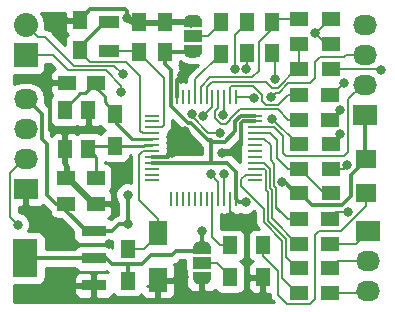
<source format=gbr>
G04 #@! TF.GenerationSoftware,KiCad,Pcbnew,6.0.0-rc1-unknown-1088786~66~ubuntu16.04.1*
G04 #@! TF.CreationDate,2018-12-29T10:22:54+01:00
G04 #@! TF.ProjectId,audi_concert1_chorus1_volume_fix,61756469-5f63-46f6-9e63-657274315f63,rev?*
G04 #@! TF.SameCoordinates,Original*
G04 #@! TF.FileFunction,Copper,L1,Top*
G04 #@! TF.FilePolarity,Positive*
%FSLAX46Y46*%
G04 Gerber Fmt 4.6, Leading zero omitted, Abs format (unit mm)*
G04 Created by KiCad (PCBNEW 6.0.0-rc1-unknown-1088786~66~ubuntu16.04.1) date So 29. december 2018, 10:22:54 CET*
%MOMM*%
%LPD*%
G04 APERTURE LIST*
%ADD10R,1.500000X1.300000*%
%ADD11R,0.250000X1.300000*%
%ADD12R,1.300000X0.250000*%
%ADD13R,1.800860X1.597660*%
%ADD14R,1.600000X2.000000*%
%ADD15R,1.300000X1.500000*%
%ADD16R,1.250000X1.500000*%
%ADD17R,1.500000X1.250000*%
%ADD18R,2.032000X2.032000*%
%ADD19O,2.032000X2.032000*%
%ADD20R,2.032000X1.727200*%
%ADD21O,2.032000X1.727200*%
%ADD22R,1.500000X0.500000*%
%ADD23C,0.050000*%
%ADD24C,1.000000*%
%ADD25R,1.500000X1.000000*%
%ADD26R,1.800000X1.000000*%
%ADD27R,1.300000X1.600000*%
%ADD28R,2.150000X3.250000*%
%ADD29R,2.150000X0.950000*%
%ADD30C,0.800000*%
%ADD31C,0.150000*%
%ADD32C,0.300000*%
%ADD33C,0.500000*%
%ADD34C,0.250000*%
%ADD35C,0.254000*%
G04 APERTURE END LIST*
D10*
X191465200Y-109829600D03*
X188765200Y-109829600D03*
D11*
X177958300Y-101656900D03*
X178458300Y-101656900D03*
X178958300Y-101656900D03*
X179458300Y-101656900D03*
X179958300Y-101656900D03*
X180458300Y-101656900D03*
X180958300Y-101656900D03*
X181458300Y-101656900D03*
X181958300Y-101656900D03*
X182458300Y-101656900D03*
X182958300Y-101656900D03*
X183458300Y-101656900D03*
D12*
X185058300Y-103256900D03*
X185058300Y-103756900D03*
X185058300Y-104256900D03*
X185058300Y-104756900D03*
X185058300Y-105256900D03*
X185058300Y-105756900D03*
X185058300Y-106256900D03*
X185058300Y-106756900D03*
X185058300Y-107256900D03*
X185058300Y-107756900D03*
X185058300Y-108256900D03*
X185058300Y-108756900D03*
D11*
X183458300Y-110356900D03*
X182958300Y-110356900D03*
X182458300Y-110356900D03*
X181958300Y-110356900D03*
X181458300Y-110356900D03*
X180958300Y-110356900D03*
X180458300Y-110356900D03*
X179958300Y-110356900D03*
X179458300Y-110356900D03*
X178958300Y-110356900D03*
X178458300Y-110356900D03*
X177958300Y-110356900D03*
D12*
X176358300Y-108756900D03*
X176358300Y-108256900D03*
X176358300Y-107756900D03*
X176358300Y-107256900D03*
X176358300Y-106756900D03*
X176358300Y-106256900D03*
X176358300Y-105756900D03*
X176358300Y-105256900D03*
X176358300Y-104756900D03*
X176358300Y-104256900D03*
X176358300Y-103756900D03*
X176358300Y-103256900D03*
D13*
X194437000Y-106961940D03*
X194437000Y-109801660D03*
D14*
X176834800Y-113189000D03*
X176834800Y-117189000D03*
D15*
X174269400Y-117250200D03*
X174269400Y-114550200D03*
X185724800Y-116945400D03*
X185724800Y-114245400D03*
X182930800Y-114249200D03*
X182930800Y-116949200D03*
D10*
X191465200Y-105689400D03*
X188765200Y-105689400D03*
X191443600Y-103606600D03*
X188743600Y-103606600D03*
X188819800Y-99339400D03*
X191519800Y-99339400D03*
D15*
X186461400Y-98000800D03*
X186461400Y-95300800D03*
X182219600Y-95322400D03*
X182219600Y-98022400D03*
D10*
X191503280Y-97200720D03*
X188803280Y-97200720D03*
X191488040Y-95087440D03*
X188788040Y-95087440D03*
X188743600Y-101523800D03*
X191443600Y-101523800D03*
D16*
X175260000Y-97877000D03*
X175260000Y-95377000D03*
X170220640Y-97678880D03*
X170220640Y-95178880D03*
D17*
X169125900Y-100482400D03*
X171625900Y-100482400D03*
X169077000Y-108521500D03*
X171577000Y-108521500D03*
X171582400Y-110744000D03*
X169082400Y-110744000D03*
D16*
X177457100Y-97871600D03*
X177457100Y-95371600D03*
D18*
X165633400Y-98171000D03*
D19*
X165633400Y-95631000D03*
D20*
X165633400Y-109499400D03*
D21*
X165633400Y-106959400D03*
X165633400Y-104419400D03*
X165633400Y-101879400D03*
D20*
X194614800Y-113004600D03*
D21*
X194614800Y-115544600D03*
X194614800Y-118084600D03*
X194335400Y-95580200D03*
X194335400Y-98120200D03*
X194335400Y-100660200D03*
D20*
X194335400Y-103200200D03*
D22*
X179806600Y-97545400D03*
D23*
G36*
X180105609Y-97347807D02*
G01*
X180154145Y-97355006D01*
X180201742Y-97366929D01*
X180247942Y-97383459D01*
X180292298Y-97404438D01*
X180334385Y-97429664D01*
X180373797Y-97458894D01*
X180410153Y-97491846D01*
X180443105Y-97528202D01*
X180472335Y-97567614D01*
X180497561Y-97609701D01*
X180518540Y-97654057D01*
X180535070Y-97700257D01*
X180546993Y-97747854D01*
X180554192Y-97796390D01*
X180556600Y-97845399D01*
X180556600Y-97845401D01*
X180554192Y-97894410D01*
X180546993Y-97942946D01*
X180535070Y-97990543D01*
X180518540Y-98036743D01*
X180497561Y-98081099D01*
X180472335Y-98123186D01*
X180443105Y-98162598D01*
X180410153Y-98198954D01*
X180373797Y-98231906D01*
X180334385Y-98261136D01*
X180292298Y-98286362D01*
X180247942Y-98307341D01*
X180201742Y-98323871D01*
X180154145Y-98335794D01*
X180105609Y-98342993D01*
X180056600Y-98345401D01*
X179556600Y-98345401D01*
X179507591Y-98342993D01*
X179459055Y-98335794D01*
X179411458Y-98323871D01*
X179365258Y-98307341D01*
X179320902Y-98286362D01*
X179278815Y-98261136D01*
X179239403Y-98231906D01*
X179203047Y-98198954D01*
X179170095Y-98162598D01*
X179140865Y-98123186D01*
X179115639Y-98081099D01*
X179094660Y-98036743D01*
X179078130Y-97990543D01*
X179066207Y-97942946D01*
X179059008Y-97894410D01*
X179056600Y-97845401D01*
X179056600Y-97845399D01*
X179059008Y-97796390D01*
X179066207Y-97747854D01*
X179078130Y-97700257D01*
X179094660Y-97654057D01*
X179115639Y-97609701D01*
X179140865Y-97567614D01*
X179170095Y-97528202D01*
X179203047Y-97491846D01*
X179239403Y-97458894D01*
X179278815Y-97429664D01*
X179320902Y-97404438D01*
X179365258Y-97383459D01*
X179411458Y-97366929D01*
X179459055Y-97355006D01*
X179507591Y-97347807D01*
X179556600Y-97345399D01*
X180056600Y-97345399D01*
X180105609Y-97347807D01*
X180105609Y-97347807D01*
G37*
D24*
X179806600Y-97845400D03*
D25*
X179806600Y-96545400D03*
D22*
X179806600Y-95545400D03*
D23*
G36*
X180105609Y-94747807D02*
G01*
X180154145Y-94755006D01*
X180201742Y-94766929D01*
X180247942Y-94783459D01*
X180292298Y-94804438D01*
X180334385Y-94829664D01*
X180373797Y-94858894D01*
X180410153Y-94891846D01*
X180443105Y-94928202D01*
X180472335Y-94967614D01*
X180497561Y-95009701D01*
X180518540Y-95054057D01*
X180535070Y-95100257D01*
X180546993Y-95147854D01*
X180554192Y-95196390D01*
X180556600Y-95245399D01*
X180556600Y-95245401D01*
X180554192Y-95294410D01*
X180546993Y-95342946D01*
X180535070Y-95390543D01*
X180518540Y-95436743D01*
X180497561Y-95481099D01*
X180472335Y-95523186D01*
X180443105Y-95562598D01*
X180410153Y-95598954D01*
X180373797Y-95631906D01*
X180334385Y-95661136D01*
X180292298Y-95686362D01*
X180247942Y-95707341D01*
X180201742Y-95723871D01*
X180154145Y-95735794D01*
X180105609Y-95742993D01*
X180056600Y-95745401D01*
X179556600Y-95745401D01*
X179507591Y-95742993D01*
X179459055Y-95735794D01*
X179411458Y-95723871D01*
X179365258Y-95707341D01*
X179320902Y-95686362D01*
X179278815Y-95661136D01*
X179239403Y-95631906D01*
X179203047Y-95598954D01*
X179170095Y-95562598D01*
X179140865Y-95523186D01*
X179115639Y-95481099D01*
X179094660Y-95436743D01*
X179078130Y-95390543D01*
X179066207Y-95342946D01*
X179059008Y-95294410D01*
X179056600Y-95245401D01*
X179056600Y-95245399D01*
X179059008Y-95196390D01*
X179066207Y-95147854D01*
X179078130Y-95100257D01*
X179094660Y-95054057D01*
X179115639Y-95009701D01*
X179140865Y-94967614D01*
X179170095Y-94928202D01*
X179203047Y-94891846D01*
X179239403Y-94858894D01*
X179278815Y-94829664D01*
X179320902Y-94804438D01*
X179365258Y-94783459D01*
X179411458Y-94766929D01*
X179459055Y-94755006D01*
X179507591Y-94747807D01*
X179556600Y-94745399D01*
X180056600Y-94745399D01*
X180105609Y-94747807D01*
X180105609Y-94747807D01*
G37*
D24*
X179806600Y-95245400D03*
D22*
X180568600Y-114722400D03*
D23*
G36*
X180867609Y-113924807D02*
G01*
X180916145Y-113932006D01*
X180963742Y-113943929D01*
X181009942Y-113960459D01*
X181054298Y-113981438D01*
X181096385Y-114006664D01*
X181135797Y-114035894D01*
X181172153Y-114068846D01*
X181205105Y-114105202D01*
X181234335Y-114144614D01*
X181259561Y-114186701D01*
X181280540Y-114231057D01*
X181297070Y-114277257D01*
X181308993Y-114324854D01*
X181316192Y-114373390D01*
X181318600Y-114422399D01*
X181318600Y-114422401D01*
X181316192Y-114471410D01*
X181308993Y-114519946D01*
X181297070Y-114567543D01*
X181280540Y-114613743D01*
X181259561Y-114658099D01*
X181234335Y-114700186D01*
X181205105Y-114739598D01*
X181172153Y-114775954D01*
X181135797Y-114808906D01*
X181096385Y-114838136D01*
X181054298Y-114863362D01*
X181009942Y-114884341D01*
X180963742Y-114900871D01*
X180916145Y-114912794D01*
X180867609Y-114919993D01*
X180818600Y-114922401D01*
X180318600Y-114922401D01*
X180269591Y-114919993D01*
X180221055Y-114912794D01*
X180173458Y-114900871D01*
X180127258Y-114884341D01*
X180082902Y-114863362D01*
X180040815Y-114838136D01*
X180001403Y-114808906D01*
X179965047Y-114775954D01*
X179932095Y-114739598D01*
X179902865Y-114700186D01*
X179877639Y-114658099D01*
X179856660Y-114613743D01*
X179840130Y-114567543D01*
X179828207Y-114519946D01*
X179821008Y-114471410D01*
X179818600Y-114422401D01*
X179818600Y-114422399D01*
X179821008Y-114373390D01*
X179828207Y-114324854D01*
X179840130Y-114277257D01*
X179856660Y-114231057D01*
X179877639Y-114186701D01*
X179902865Y-114144614D01*
X179932095Y-114105202D01*
X179965047Y-114068846D01*
X180001403Y-114035894D01*
X180040815Y-114006664D01*
X180082902Y-113981438D01*
X180127258Y-113960459D01*
X180173458Y-113943929D01*
X180221055Y-113932006D01*
X180269591Y-113924807D01*
X180318600Y-113922399D01*
X180818600Y-113922399D01*
X180867609Y-113924807D01*
X180867609Y-113924807D01*
G37*
D24*
X180568600Y-114422400D03*
D25*
X180568600Y-115722400D03*
D22*
X180568600Y-116722400D03*
D23*
G36*
X180867609Y-116524807D02*
G01*
X180916145Y-116532006D01*
X180963742Y-116543929D01*
X181009942Y-116560459D01*
X181054298Y-116581438D01*
X181096385Y-116606664D01*
X181135797Y-116635894D01*
X181172153Y-116668846D01*
X181205105Y-116705202D01*
X181234335Y-116744614D01*
X181259561Y-116786701D01*
X181280540Y-116831057D01*
X181297070Y-116877257D01*
X181308993Y-116924854D01*
X181316192Y-116973390D01*
X181318600Y-117022399D01*
X181318600Y-117022401D01*
X181316192Y-117071410D01*
X181308993Y-117119946D01*
X181297070Y-117167543D01*
X181280540Y-117213743D01*
X181259561Y-117258099D01*
X181234335Y-117300186D01*
X181205105Y-117339598D01*
X181172153Y-117375954D01*
X181135797Y-117408906D01*
X181096385Y-117438136D01*
X181054298Y-117463362D01*
X181009942Y-117484341D01*
X180963742Y-117500871D01*
X180916145Y-117512794D01*
X180867609Y-117519993D01*
X180818600Y-117522401D01*
X180318600Y-117522401D01*
X180269591Y-117519993D01*
X180221055Y-117512794D01*
X180173458Y-117500871D01*
X180127258Y-117484341D01*
X180082902Y-117463362D01*
X180040815Y-117438136D01*
X180001403Y-117408906D01*
X179965047Y-117375954D01*
X179932095Y-117339598D01*
X179902865Y-117300186D01*
X179877639Y-117258099D01*
X179856660Y-117213743D01*
X179840130Y-117167543D01*
X179828207Y-117119946D01*
X179821008Y-117071410D01*
X179818600Y-117022401D01*
X179818600Y-117022399D01*
X179821008Y-116973390D01*
X179828207Y-116924854D01*
X179840130Y-116877257D01*
X179856660Y-116831057D01*
X179877639Y-116786701D01*
X179902865Y-116744614D01*
X179932095Y-116705202D01*
X179965047Y-116668846D01*
X180001403Y-116635894D01*
X180040815Y-116606664D01*
X180082902Y-116581438D01*
X180127258Y-116560459D01*
X180173458Y-116543929D01*
X180221055Y-116532006D01*
X180269591Y-116524807D01*
X180318600Y-116522399D01*
X180818600Y-116522399D01*
X180867609Y-116524807D01*
X180867609Y-116524807D01*
G37*
D24*
X180568600Y-117022400D03*
D10*
X191465200Y-107772200D03*
X188765200Y-107772200D03*
X191447400Y-112039400D03*
X188747400Y-112039400D03*
X191443600Y-118262400D03*
X188743600Y-118262400D03*
X188743600Y-116179600D03*
X191443600Y-116179600D03*
X191447400Y-114096800D03*
X188747400Y-114096800D03*
D15*
X173228000Y-105841800D03*
X173228000Y-103141800D03*
D26*
X172707300Y-95313500D03*
X172707300Y-97813500D03*
D27*
X170960800Y-102821200D03*
X170960800Y-106121200D03*
X168960800Y-106121200D03*
X168960800Y-102821200D03*
D15*
X184353200Y-95297000D03*
X184353200Y-97997000D03*
D28*
X165603600Y-115341400D03*
D29*
X171403600Y-117641400D03*
X171403600Y-115341400D03*
X171403600Y-113041400D03*
D30*
X182270400Y-106414001D03*
X179156839Y-104608910D03*
X174244000Y-94996000D03*
X168122600Y-117297200D03*
X178841400Y-99847400D03*
X173482000Y-108051600D03*
X183261000Y-112166400D03*
X172694600Y-114173000D03*
X167741600Y-114046001D03*
X178054000Y-106426000D03*
X184261760Y-110601760D03*
X180543200Y-113055400D03*
X187375800Y-108915200D03*
X174281000Y-109956600D03*
X190144400Y-96291400D03*
X174320200Y-112471200D03*
X173736000Y-101295200D03*
X181305200Y-108229400D03*
X182422800Y-108204000D03*
X173863000Y-99745800D03*
X192963800Y-111404400D03*
X164980010Y-112496600D03*
X192881472Y-107461272D03*
X184937400Y-101777800D03*
X186410600Y-101717979D03*
X192288790Y-104849010D03*
X182372643Y-103210148D03*
X186461400Y-103555800D03*
X192288790Y-102766210D03*
X195732400Y-99390200D03*
X186741429Y-100181370D03*
X192596930Y-100492379D03*
X179686975Y-103133754D03*
X182118000Y-104749600D03*
X183327793Y-99354004D03*
X180672620Y-103302657D03*
X184327800Y-99356867D03*
D31*
X176834800Y-113389000D02*
X176834800Y-113189000D01*
X175673600Y-114550200D02*
X176834800Y-113389000D01*
X174269400Y-114550200D02*
X175673600Y-114550200D01*
X176834800Y-112039000D02*
X176834800Y-113189000D01*
X175234600Y-110438800D02*
X176834800Y-112039000D01*
X175588298Y-106256900D02*
X175234600Y-106610598D01*
X176358300Y-106256900D02*
X175588298Y-106256900D01*
X175234600Y-106610598D02*
X175234600Y-110438800D01*
D32*
X183896000Y-103928809D02*
X183896000Y-105762900D01*
X184067909Y-103756900D02*
X183896000Y-103928809D01*
X185058300Y-103756900D02*
X184067909Y-103756900D01*
X183896000Y-105762900D02*
X183388000Y-106270900D01*
X183388000Y-106270900D02*
X182413501Y-106270900D01*
X182413501Y-106270900D02*
X182270400Y-106414001D01*
X178458300Y-101656900D02*
X178458300Y-100230500D01*
X178458300Y-100230500D02*
X178841400Y-99847400D01*
D31*
X178756840Y-105008909D02*
X179156839Y-104608910D01*
X178054000Y-106426000D02*
X178054000Y-105711749D01*
X178054000Y-105711749D02*
X178756840Y-105008909D01*
D33*
X174625000Y-95377000D02*
X174244000Y-94996000D01*
D31*
X175260000Y-95377000D02*
X174625000Y-95377000D01*
X182958300Y-111156900D02*
X182958300Y-110356900D01*
X182958300Y-111298015D02*
X182958300Y-111156900D01*
X183261000Y-111600715D02*
X182958300Y-111298015D01*
X183261000Y-112166400D02*
X183261000Y-111600715D01*
X170960800Y-103771200D02*
X170891200Y-103840800D01*
X170960800Y-102821200D02*
X170960800Y-103771200D01*
X170891200Y-103840800D02*
X170891200Y-104267000D01*
X170891200Y-104267000D02*
X170688000Y-104470200D01*
X167741600Y-100482400D02*
X169125900Y-100482400D01*
X167716200Y-100457000D02*
X167741600Y-100482400D01*
D34*
X167716200Y-100965000D02*
X167462200Y-100711000D01*
D31*
X168122600Y-117297200D02*
X168122600Y-117678200D01*
X169494200Y-119049800D02*
X169062400Y-118618000D01*
D34*
X170256200Y-119049800D02*
X169494200Y-119049800D01*
D31*
X168122600Y-117678200D02*
X169062400Y-118618000D01*
X171429000Y-119045400D02*
X171424600Y-119049800D01*
D34*
X171429000Y-118098600D02*
X171429000Y-119045400D01*
X170256200Y-119049800D02*
X171424600Y-119049800D01*
D33*
X169202000Y-108521500D02*
X171615000Y-110934500D01*
D31*
X169077000Y-108521500D02*
X169202000Y-108521500D01*
X171615000Y-110934500D02*
X171704000Y-110934500D01*
D34*
X176834800Y-117703100D02*
X175884800Y-117703100D01*
D31*
X175884800Y-117703100D02*
X175884300Y-117703600D01*
X167868599Y-114173000D02*
X167741600Y-114046001D01*
X172694600Y-114173000D02*
X167868599Y-114173000D01*
X177731700Y-95550000D02*
X177457100Y-95275400D01*
D33*
X177904700Y-95377000D02*
X177731700Y-95550000D01*
X179506600Y-95377000D02*
X177904700Y-95377000D01*
X179679600Y-95550000D02*
X179506600Y-95377000D01*
D32*
X168960800Y-104521000D02*
X168910000Y-104470200D01*
X168960800Y-106121200D02*
X168960800Y-104521000D01*
D31*
X168910000Y-104470200D02*
X167944800Y-104470200D01*
X170688000Y-104470200D02*
X168910000Y-104470200D01*
D32*
X167944800Y-104470200D02*
X167716200Y-104470200D01*
X167716200Y-104470200D02*
X167716200Y-101346000D01*
D34*
X167716200Y-101346000D02*
X167716200Y-100965000D01*
D32*
X167716200Y-100609400D02*
X167640000Y-100533200D01*
X167716200Y-100965000D02*
X167716200Y-100609400D01*
D31*
X167640000Y-100533200D02*
X167716200Y-100457000D01*
X167462200Y-100711000D02*
X167640000Y-100533200D01*
D32*
X177723100Y-106756900D02*
X178054000Y-106426000D01*
X176358300Y-106756900D02*
X177723100Y-106756900D01*
X171123510Y-94276010D02*
X170220640Y-95178880D01*
X174244000Y-94430315D02*
X174089695Y-94276010D01*
X174089695Y-94276010D02*
X171123510Y-94276010D01*
X174244000Y-94996000D02*
X174244000Y-94430315D01*
D31*
X165633400Y-109499400D02*
X165633400Y-111201200D01*
X165633400Y-111201200D02*
X167741600Y-113309400D01*
X167741600Y-113309400D02*
X167741600Y-114046001D01*
D32*
X184261760Y-110601760D02*
X183703160Y-110601760D01*
X183703160Y-110601760D02*
X183458300Y-110356900D01*
X181539603Y-105499601D02*
X182478001Y-105499601D01*
X183860787Y-103256900D02*
X184108300Y-103256900D01*
X183395989Y-104581613D02*
X183395990Y-103721697D01*
X181356000Y-105315998D02*
X181539603Y-105499601D01*
X183395990Y-103721697D02*
X183860787Y-103256900D01*
X182478001Y-105499601D02*
X183395989Y-104581613D01*
X184108300Y-103256900D02*
X185058300Y-103256900D01*
X179378663Y-103892454D02*
X179662359Y-103892454D01*
X181085903Y-105315998D02*
X181356000Y-105315998D01*
X177958300Y-101656900D02*
X177958300Y-102472091D01*
X177958300Y-102472091D02*
X179378663Y-103892454D01*
X179662359Y-103892454D02*
X181085903Y-105315998D01*
D31*
X180543200Y-114697000D02*
X180568600Y-114722400D01*
X180543200Y-113055400D02*
X180543200Y-114697000D01*
X179679600Y-97850000D02*
X177531700Y-97850000D01*
D32*
X172460600Y-115341400D02*
X172943200Y-115824000D01*
X171403600Y-115341400D02*
X172460600Y-115341400D01*
X175514000Y-115824000D02*
X176276000Y-115062000D01*
X176276000Y-115062000D02*
X178054000Y-115062000D01*
X179518600Y-114722400D02*
X180568600Y-114722400D01*
X178393600Y-114722400D02*
X179518600Y-114722400D01*
X178054000Y-115062000D02*
X178393600Y-114722400D01*
X180568600Y-113080800D02*
X180543200Y-113055400D01*
X180568600Y-114422400D02*
X180568600Y-113080800D01*
X174269400Y-115849400D02*
X174244000Y-115824000D01*
X174269400Y-117250200D02*
X174269400Y-115849400D01*
X174244000Y-115824000D02*
X175514000Y-115824000D01*
X172943200Y-115824000D02*
X174244000Y-115824000D01*
X171403600Y-115341400D02*
X165603600Y-115341400D01*
X183458300Y-108020300D02*
X182694900Y-107256900D01*
X183458300Y-110356900D02*
X183458300Y-108020300D01*
X181356000Y-105315998D02*
X181356000Y-107256900D01*
X176358300Y-107256900D02*
X181356000Y-107256900D01*
X181356000Y-107256900D02*
X182694900Y-107256900D01*
X177958300Y-100706900D02*
X177958300Y-101656900D01*
X177958300Y-99422800D02*
X177958300Y-100706900D01*
X177457100Y-98921600D02*
X177958300Y-99422800D01*
X177457100Y-97871600D02*
X177457100Y-98921600D01*
X179780400Y-97871600D02*
X179806600Y-97845400D01*
X177457100Y-97871600D02*
X179780400Y-97871600D01*
X194335400Y-106860340D02*
X194437000Y-106961940D01*
X194335400Y-103200200D02*
X194335400Y-106860340D01*
X188639800Y-109982000D02*
X187573000Y-108915200D01*
X187573000Y-108915200D02*
X187375800Y-108915200D01*
X188739800Y-109982000D02*
X188639800Y-109982000D01*
X189865201Y-110829601D02*
X192428597Y-110829601D01*
X192428597Y-110829601D02*
X193186569Y-110071629D01*
X188865200Y-109829600D02*
X189865201Y-110829601D01*
X193186569Y-108266177D02*
X194437000Y-107015746D01*
X188765200Y-109829600D02*
X188865200Y-109829600D01*
X193186569Y-110071629D02*
X193186569Y-108266177D01*
X194437000Y-107015746D02*
X194437000Y-106961940D01*
D31*
X190119000Y-113385600D02*
X190474600Y-113030000D01*
X190474600Y-113030000D02*
X192311802Y-113030000D01*
X187773599Y-119187401D02*
X189713601Y-119187401D01*
X187022379Y-116442979D02*
X187022379Y-118436181D01*
X190119000Y-118782002D02*
X190119000Y-113385600D01*
X189713601Y-119187401D02*
X190119000Y-118782002D01*
X192311802Y-113030000D02*
X194437000Y-110904802D01*
X185724800Y-114245400D02*
X185724800Y-115145400D01*
X194437000Y-110904802D02*
X194437000Y-110750490D01*
X185724800Y-115145400D02*
X187022379Y-116442979D01*
X187022379Y-118436181D02*
X187773599Y-119187401D01*
X194437000Y-110750490D02*
X194437000Y-109801660D01*
X188819800Y-97217240D02*
X188803280Y-97200720D01*
X188819800Y-99339400D02*
X188819800Y-97217240D01*
X180958300Y-101656900D02*
X180958300Y-100856900D01*
X180958300Y-100856900D02*
X181433312Y-100381888D01*
X181433312Y-100381888D02*
X185979062Y-100381888D01*
X188538008Y-99339400D02*
X188819800Y-99339400D01*
X185979062Y-100381888D02*
X186485974Y-100888800D01*
X186485974Y-100888800D02*
X186988608Y-100888800D01*
X186988608Y-100888800D02*
X188538008Y-99339400D01*
X185953400Y-95283040D02*
X185953400Y-95148400D01*
X185953400Y-95148400D02*
X186004200Y-95097600D01*
X186004200Y-95097600D02*
X188727080Y-95097600D01*
X188788040Y-95036640D02*
X188788040Y-95087440D01*
X188727080Y-95097600D02*
X188788040Y-95036640D01*
X180458300Y-100856900D02*
X180458300Y-101656900D01*
X181283323Y-100031877D02*
X180458300Y-100856900D01*
X184812127Y-100031877D02*
X181283323Y-100031877D01*
X185394600Y-99449404D02*
X184812127Y-100031877D01*
X186461400Y-95935800D02*
X185394600Y-97002600D01*
X186461400Y-95300800D02*
X186461400Y-95935800D01*
X185394600Y-97002600D02*
X185394600Y-99449404D01*
X191053720Y-97200720D02*
X191503280Y-97200720D01*
X190144400Y-96291400D02*
X191053720Y-97200720D01*
X190544399Y-95891401D02*
X190144400Y-96291400D01*
X191348360Y-95087440D02*
X190544399Y-95891401D01*
X191488040Y-95087440D02*
X191348360Y-95087440D01*
D32*
X174281000Y-112432000D02*
X174320200Y-112471200D01*
X174281000Y-109956600D02*
X174281000Y-112432000D01*
X171403600Y-113041400D02*
X172962600Y-113041400D01*
X173532800Y-112471200D02*
X174320200Y-112471200D01*
X172962600Y-113041400D02*
X173532800Y-112471200D01*
X169082400Y-111320200D02*
X169082400Y-110744000D01*
X170803600Y-113041400D02*
X169082400Y-111320200D01*
X171403600Y-113041400D02*
X170803600Y-113041400D01*
X168182400Y-110744000D02*
X167420400Y-109982000D01*
X169082400Y-110744000D02*
X168182400Y-110744000D01*
X166999410Y-105152810D02*
X166996220Y-105156000D01*
X166999410Y-103093010D02*
X166999410Y-105152810D01*
X165785800Y-101879400D02*
X166999410Y-103093010D01*
X165633400Y-101879400D02*
X165785800Y-101879400D01*
X166996220Y-105156000D02*
X166996220Y-105274220D01*
X167420400Y-105698400D02*
X167420400Y-109982000D01*
X166996220Y-105274220D02*
X167420400Y-105698400D01*
D31*
X172707300Y-97813500D02*
X175196500Y-97813500D01*
X175196500Y-97813500D02*
X175260000Y-97877000D01*
X177327560Y-104087640D02*
X177158300Y-104256900D01*
X175260000Y-97877000D02*
X175260000Y-98002000D01*
X175260000Y-98002000D02*
X177327560Y-100069560D01*
X177158300Y-104256900D02*
X176358300Y-104256900D01*
X177327560Y-100069560D02*
X177327560Y-104087640D01*
D34*
X172307300Y-95313500D02*
X172707300Y-95313500D01*
X170220640Y-97400160D02*
X172307300Y-95313500D01*
X170220640Y-97678880D02*
X170220640Y-97400160D01*
D31*
X175558300Y-104756900D02*
X176358300Y-104756900D01*
X171106938Y-98690178D02*
X174133258Y-98690178D01*
X170220640Y-97803880D02*
X171106938Y-98690178D01*
X174133258Y-98690178D02*
X175341280Y-99898200D01*
X170220640Y-97678880D02*
X170220640Y-97803880D01*
X175341280Y-99898200D02*
X175341280Y-104539880D01*
X175341280Y-104539880D02*
X175558300Y-104756900D01*
D34*
X171500900Y-100482400D02*
X171625900Y-100482400D01*
X170274600Y-101357400D02*
X170625900Y-101357400D01*
X168960800Y-102671200D02*
X170274600Y-101357400D01*
X170625900Y-101357400D02*
X171500900Y-100482400D01*
X168960800Y-102821200D02*
X168960800Y-102671200D01*
X174675100Y-105256900D02*
X175458300Y-105256900D01*
X175458300Y-105256900D02*
X176358300Y-105256900D01*
X173228000Y-103809800D02*
X174675100Y-105256900D01*
X173228000Y-103141800D02*
X173228000Y-103809800D01*
X173228000Y-103041800D02*
X173228000Y-103141800D01*
X171625900Y-100482400D02*
X171625900Y-100886900D01*
X172328000Y-102141800D02*
X173228000Y-103041800D01*
X171625900Y-100886900D02*
X172328000Y-101589000D01*
X172328000Y-101589000D02*
X172328000Y-102141800D01*
X174128000Y-105841800D02*
X173228000Y-105841800D01*
X174162901Y-105806899D02*
X174128000Y-105841800D01*
X175620021Y-105806899D02*
X174162901Y-105806899D01*
X175670020Y-105756900D02*
X175620021Y-105806899D01*
X176358300Y-105756900D02*
X175670020Y-105756900D01*
X171240200Y-105841800D02*
X170960800Y-106121200D01*
X173228000Y-105841800D02*
X171240200Y-105841800D01*
X171577000Y-106737400D02*
X170960800Y-106121200D01*
X171577000Y-108521500D02*
X171577000Y-106737400D01*
D31*
X181958300Y-108882500D02*
X181958300Y-110356900D01*
X181305200Y-108229400D02*
X181958300Y-108882500D01*
X173736000Y-100722498D02*
X173736000Y-101295200D01*
X172403702Y-99390200D02*
X173736000Y-100722498D01*
X169214800Y-99390200D02*
X172403702Y-99390200D01*
X167995600Y-98171000D02*
X169214800Y-99390200D01*
X165633400Y-98171000D02*
X167995600Y-98171000D01*
X165633400Y-95631000D02*
X166649399Y-96646999D01*
X166649399Y-96646999D02*
X167318757Y-96646999D01*
X167318757Y-96646999D02*
X169711947Y-99040189D01*
X169711947Y-99040189D02*
X173157389Y-99040189D01*
X173157389Y-99040189D02*
X173863000Y-99745800D01*
X182458300Y-108239500D02*
X182422800Y-108204000D01*
X182458300Y-110356900D02*
X182458300Y-108239500D01*
X165607080Y-107637580D02*
X165493700Y-107637580D01*
X191820800Y-111404400D02*
X192398115Y-111404400D01*
X191465200Y-111760000D02*
X191820800Y-111404400D01*
X192398115Y-111404400D02*
X192963800Y-111404400D01*
X164980010Y-112496600D02*
X164342399Y-111858989D01*
X164342399Y-111858989D02*
X164342399Y-108098001D01*
X165481000Y-106959400D02*
X165633400Y-106959400D01*
X164342399Y-108098001D02*
X165481000Y-106959400D01*
X191465200Y-107772200D02*
X192570544Y-107772200D01*
X192570544Y-107772200D02*
X192881472Y-107461272D01*
X194640200Y-113030000D02*
X194792600Y-113030000D01*
X193573400Y-114096800D02*
X194640200Y-113030000D01*
X191447400Y-114096800D02*
X193573400Y-114096800D01*
X192053200Y-115570000D02*
X191443600Y-116179600D01*
X194792600Y-115570000D02*
X192053200Y-115570000D01*
X194640200Y-118262400D02*
X194792600Y-118110000D01*
X191443600Y-118262400D02*
X194640200Y-118262400D01*
X194335400Y-98120200D02*
X192735200Y-98120200D01*
X190525400Y-98298000D02*
X190119000Y-98704400D01*
X192735200Y-98120200D02*
X192557400Y-98298000D01*
X192557400Y-98298000D02*
X190525400Y-98298000D01*
X187864596Y-100507800D02*
X187054416Y-101317980D01*
X190119000Y-98704400D02*
X190119000Y-100076000D01*
X190119000Y-100076000D02*
X189687200Y-100507800D01*
X189687200Y-100507800D02*
X187864596Y-100507800D01*
X187054416Y-101317980D02*
X186810599Y-101317980D01*
X186810599Y-101317980D02*
X186410600Y-101717979D01*
X184816500Y-101656900D02*
X184937400Y-101777800D01*
X183458300Y-101656900D02*
X184816500Y-101656900D01*
X187655200Y-106705400D02*
X192608200Y-106705400D01*
X187401200Y-105003600D02*
X187401200Y-106451400D01*
X192963800Y-106349800D02*
X192963800Y-101879400D01*
X185058300Y-104256900D02*
X186654500Y-104256900D01*
X187401200Y-106451400D02*
X187655200Y-106705400D01*
X186654500Y-104256900D02*
X187401200Y-105003600D01*
X192608200Y-106705400D02*
X192963800Y-106349800D01*
X192963800Y-101879400D02*
X194183000Y-100660200D01*
X194183000Y-100660200D02*
X194335400Y-100660200D01*
X182219600Y-95422400D02*
X182219600Y-95322400D01*
X181092000Y-96550000D02*
X182219600Y-95422400D01*
X179679600Y-96550000D02*
X181092000Y-96550000D01*
X181804000Y-115722400D02*
X181468600Y-115722400D01*
X181468600Y-115722400D02*
X180568600Y-115722400D01*
X182930800Y-116849200D02*
X181804000Y-115722400D01*
X182930800Y-116949200D02*
X182930800Y-116849200D01*
X181458300Y-111156900D02*
X181458300Y-110356900D01*
X181458300Y-113576700D02*
X181458300Y-111156900D01*
X182130800Y-114249200D02*
X181458300Y-113576700D01*
X182930800Y-114249200D02*
X182130800Y-114249200D01*
X192288790Y-104849010D02*
X192288790Y-104865810D01*
X192288790Y-104865810D02*
X191465200Y-105689400D01*
X182458300Y-101656900D02*
X182458300Y-103124491D01*
X182458300Y-103124491D02*
X182372643Y-103210148D01*
X188765200Y-105689400D02*
X188665200Y-105689400D01*
X188665200Y-105689400D02*
X186531600Y-103555800D01*
X186531600Y-103555800D02*
X186461400Y-103555800D01*
X192288790Y-102766210D02*
X192283990Y-102766210D01*
X192283990Y-102766210D02*
X191443600Y-103606600D01*
X187843600Y-103606600D02*
X186980000Y-102743000D01*
X181697642Y-103504919D02*
X181697642Y-102895436D01*
X182970980Y-103545653D02*
X182970979Y-103606423D01*
X181958300Y-102456900D02*
X181958300Y-101656900D01*
X182600600Y-103976802D02*
X182169525Y-103976802D01*
X186980000Y-102743000D02*
X183773633Y-102743000D01*
X182169525Y-103976802D02*
X181697642Y-103504919D01*
X181697642Y-102895436D02*
X181958300Y-102634778D01*
X188743600Y-103606600D02*
X187843600Y-103606600D01*
X182970979Y-103606423D02*
X182600600Y-103976802D01*
X181958300Y-102634778D02*
X181958300Y-102456900D01*
X183773633Y-102743000D02*
X182970980Y-103545653D01*
X195681600Y-99339400D02*
X195732400Y-99390200D01*
X191519800Y-99339400D02*
X195681600Y-99339400D01*
X186741429Y-98280829D02*
X186461400Y-98000800D01*
X186741429Y-100181370D02*
X186741429Y-98280829D01*
X179958300Y-100856900D02*
X179958300Y-101656900D01*
X182139600Y-98022400D02*
X179958300Y-100203700D01*
X179958300Y-100203700D02*
X179958300Y-100856900D01*
X182219600Y-98022400D02*
X182139600Y-98022400D01*
X184865101Y-100731899D02*
X183083301Y-100731899D01*
X185612401Y-101479199D02*
X184865101Y-100731899D01*
X186018193Y-102392989D02*
X185612401Y-101987197D01*
X187843600Y-101523800D02*
X186974411Y-102392989D01*
X182958300Y-100856900D02*
X182958300Y-101656900D01*
X186974411Y-102392989D02*
X186018193Y-102392989D01*
X183083301Y-100731899D02*
X182958300Y-100856900D01*
X185612401Y-101987197D02*
X185612401Y-101479199D01*
X188743600Y-101523800D02*
X187843600Y-101523800D01*
X191543600Y-101523800D02*
X192575021Y-100492379D01*
X192575021Y-100492379D02*
X192596930Y-100492379D01*
X191443600Y-101523800D02*
X191543600Y-101523800D01*
X187865200Y-107772200D02*
X188765200Y-107772200D01*
X185058300Y-104756900D02*
X186316300Y-104756900D01*
X186316300Y-104756900D02*
X186918600Y-105359200D01*
X186918600Y-105359200D02*
X186918600Y-106825600D01*
X186918600Y-106825600D02*
X187865200Y-107772200D01*
X188865200Y-107772200D02*
X188765200Y-107772200D01*
X190922600Y-109829600D02*
X188865200Y-107772200D01*
X191465200Y-109829600D02*
X190922600Y-109829600D01*
X186862210Y-111043210D02*
X187579000Y-111760000D01*
X186862210Y-111054210D02*
X186862210Y-111043210D01*
X187847400Y-112039400D02*
X186862210Y-111054210D01*
X188747400Y-112039400D02*
X187847400Y-112039400D01*
X186385410Y-105784010D02*
X186385410Y-107035810D01*
X186385410Y-107035810D02*
X186700798Y-107351198D01*
X186700798Y-109239202D02*
X186862211Y-109400615D01*
X185858300Y-105256900D02*
X186385410Y-105784010D01*
X185058300Y-105256900D02*
X185858300Y-105256900D01*
X186700798Y-107351198D02*
X186700798Y-109239202D01*
X186862211Y-109400615D02*
X186862210Y-111043210D01*
X185812179Y-112291569D02*
X187372389Y-113851779D01*
X185058300Y-108256900D02*
X184258300Y-108256900D01*
X183896000Y-108619200D02*
X183896000Y-109236998D01*
X185812178Y-111153176D02*
X185812179Y-112291569D01*
X183896000Y-109236998D02*
X185812178Y-111153176D01*
X187372389Y-113851779D02*
X187372389Y-116991189D01*
X187372389Y-116991189D02*
X188643600Y-118262400D01*
X184258300Y-108256900D02*
X183896000Y-108619200D01*
X188643600Y-118262400D02*
X188743600Y-118262400D01*
X187722400Y-115258400D02*
X188643600Y-116179600D01*
X186162189Y-112146589D02*
X187722400Y-113706800D01*
X188643600Y-116179600D02*
X188743600Y-116179600D01*
X185058300Y-107756900D02*
X185858300Y-107756900D01*
X187722400Y-113706800D02*
X187722400Y-115258400D01*
X186000778Y-109529162D02*
X186162189Y-109690573D01*
X186000778Y-107899378D02*
X186000778Y-109529162D01*
X185858300Y-107756900D02*
X186000778Y-107899378D01*
X186162189Y-109690573D02*
X186162189Y-112146589D01*
X186512200Y-111961600D02*
X188647400Y-114096800D01*
X188647400Y-114096800D02*
X188747400Y-114096800D01*
X185858300Y-107256900D02*
X186350788Y-107749388D01*
X185058300Y-107256900D02*
X185858300Y-107256900D01*
X186350788Y-107749388D02*
X186350788Y-109384182D01*
X186512200Y-109545594D02*
X186512200Y-111961600D01*
X186350788Y-109384182D02*
X186512200Y-109545594D01*
X181120561Y-104749600D02*
X179686975Y-103316014D01*
X182118000Y-104749600D02*
X181120561Y-104749600D01*
X179686975Y-103316014D02*
X179686975Y-103133754D01*
X184353200Y-95397000D02*
X183327793Y-96422407D01*
X183327793Y-96422407D02*
X183327793Y-98788319D01*
X183327793Y-98788319D02*
X183327793Y-99354004D01*
X184353200Y-95297000D02*
X184353200Y-95397000D01*
X181458300Y-102516977D02*
X181072619Y-102902658D01*
X181072619Y-102902658D02*
X180672620Y-103302657D01*
X181458300Y-101656900D02*
X181458300Y-102516977D01*
X184353200Y-99331467D02*
X184327800Y-99356867D01*
X184353200Y-97997000D02*
X184353200Y-99331467D01*
D35*
G36*
X185102179Y-111447268D02*
G01*
X185102180Y-112221641D01*
X185088270Y-112291569D01*
X185133747Y-112520195D01*
X185143375Y-112568597D01*
X185300299Y-112803450D01*
X185359581Y-112843061D01*
X185364480Y-112847960D01*
X185074800Y-112847960D01*
X184827035Y-112897243D01*
X184616991Y-113037591D01*
X184476643Y-113247635D01*
X184427360Y-113495400D01*
X184427360Y-114995400D01*
X184476643Y-115243165D01*
X184616991Y-115453209D01*
X184827035Y-115593557D01*
X184855009Y-115599121D01*
X184715101Y-115657073D01*
X184536473Y-115835702D01*
X184439800Y-116069091D01*
X184439800Y-116659650D01*
X184598550Y-116818400D01*
X185597800Y-116818400D01*
X185597800Y-116798400D01*
X185851800Y-116798400D01*
X185851800Y-116818400D01*
X185871800Y-116818400D01*
X185871800Y-117072400D01*
X185851800Y-117072400D01*
X185851800Y-118171650D01*
X186010550Y-118330400D01*
X186312380Y-118330400D01*
X186312380Y-118366252D01*
X186298470Y-118436181D01*
X186341942Y-118654727D01*
X186353575Y-118713209D01*
X186510499Y-118948062D01*
X186569780Y-118987673D01*
X186635108Y-119053000D01*
X164665000Y-119053000D01*
X164665000Y-117927150D01*
X169693600Y-117927150D01*
X169693600Y-118242709D01*
X169790273Y-118476098D01*
X169968901Y-118654727D01*
X170202290Y-118751400D01*
X171117850Y-118751400D01*
X171276600Y-118592650D01*
X171276600Y-117768400D01*
X169852350Y-117768400D01*
X169693600Y-117927150D01*
X164665000Y-117927150D01*
X164665000Y-117613840D01*
X166678600Y-117613840D01*
X166926365Y-117564557D01*
X167136409Y-117424209D01*
X167276757Y-117214165D01*
X167311382Y-117040091D01*
X169693600Y-117040091D01*
X169693600Y-117355650D01*
X169852350Y-117514400D01*
X171276600Y-117514400D01*
X171276600Y-116690150D01*
X171117850Y-116531400D01*
X170202290Y-116531400D01*
X169968901Y-116628073D01*
X169790273Y-116806702D01*
X169693600Y-117040091D01*
X167311382Y-117040091D01*
X167326040Y-116966400D01*
X167326040Y-116126400D01*
X169772027Y-116126400D01*
X169870791Y-116274209D01*
X170080835Y-116414557D01*
X170328600Y-116463840D01*
X172478600Y-116463840D01*
X172485710Y-116462426D01*
X172588936Y-116531400D01*
X171689350Y-116531400D01*
X171530600Y-116690150D01*
X171530600Y-117514400D01*
X171550600Y-117514400D01*
X171550600Y-117768400D01*
X171530600Y-117768400D01*
X171530600Y-118592650D01*
X171689350Y-118751400D01*
X172604910Y-118751400D01*
X172838299Y-118654727D01*
X173016927Y-118476098D01*
X173076913Y-118331280D01*
X173161591Y-118458009D01*
X173371635Y-118598357D01*
X173619400Y-118647640D01*
X174919400Y-118647640D01*
X175167165Y-118598357D01*
X175377209Y-118458009D01*
X175427643Y-118382529D01*
X175496473Y-118548698D01*
X175675101Y-118727327D01*
X175908490Y-118824000D01*
X176549050Y-118824000D01*
X176707800Y-118665250D01*
X176707800Y-117316000D01*
X176961800Y-117316000D01*
X176961800Y-118665250D01*
X177120550Y-118824000D01*
X177761110Y-118824000D01*
X177994499Y-118727327D01*
X178173127Y-118548698D01*
X178269800Y-118315309D01*
X178269800Y-117474750D01*
X178111050Y-117316000D01*
X176961800Y-117316000D01*
X176707800Y-117316000D01*
X176687800Y-117316000D01*
X176687800Y-117062000D01*
X176707800Y-117062000D01*
X176707800Y-117042000D01*
X176961800Y-117042000D01*
X176961800Y-117062000D01*
X178111050Y-117062000D01*
X178269800Y-116903250D01*
X178269800Y-116062691D01*
X178176717Y-115837969D01*
X178360292Y-115801454D01*
X178619953Y-115627953D01*
X178663749Y-115562408D01*
X178718757Y-115507400D01*
X179171160Y-115507400D01*
X179171160Y-116222400D01*
X179191817Y-116326253D01*
X179183600Y-116346091D01*
X179183600Y-116849402D01*
X179296352Y-116849402D01*
X179318350Y-116871400D01*
X179294352Y-116895398D01*
X179183600Y-116895398D01*
X179183600Y-117149402D01*
X179204598Y-117149402D01*
X179244944Y-117246806D01*
X179183600Y-117308150D01*
X179183600Y-117648709D01*
X179280273Y-117882098D01*
X179458901Y-118060727D01*
X179692290Y-118157400D01*
X180282850Y-118157400D01*
X180441600Y-117998650D01*
X180441600Y-116875400D01*
X180695600Y-116875400D01*
X180695600Y-117998650D01*
X180854350Y-118157400D01*
X181444910Y-118157400D01*
X181678299Y-118060727D01*
X181726470Y-118012556D01*
X181822991Y-118157009D01*
X182033035Y-118297357D01*
X182280800Y-118346640D01*
X183580800Y-118346640D01*
X183828565Y-118297357D01*
X184038609Y-118157009D01*
X184178957Y-117946965D01*
X184228240Y-117699200D01*
X184228240Y-117231150D01*
X184439800Y-117231150D01*
X184439800Y-117821709D01*
X184536473Y-118055098D01*
X184715101Y-118233727D01*
X184948490Y-118330400D01*
X185439050Y-118330400D01*
X185597800Y-118171650D01*
X185597800Y-117072400D01*
X184598550Y-117072400D01*
X184439800Y-117231150D01*
X184228240Y-117231150D01*
X184228240Y-116199200D01*
X184178957Y-115951435D01*
X184038609Y-115741391D01*
X183828565Y-115601043D01*
X183819300Y-115599200D01*
X183828565Y-115597357D01*
X184038609Y-115457009D01*
X184178957Y-115246965D01*
X184228240Y-114999200D01*
X184228240Y-113499200D01*
X184178957Y-113251435D01*
X184038609Y-113041391D01*
X183828565Y-112901043D01*
X183580800Y-112851760D01*
X182280800Y-112851760D01*
X182168300Y-112874137D01*
X182168300Y-111637433D01*
X182208300Y-111629476D01*
X182333300Y-111654340D01*
X182583300Y-111654340D01*
X182687152Y-111633683D01*
X182706990Y-111641900D01*
X182737050Y-111641900D01*
X182759697Y-111619253D01*
X182831065Y-111605057D01*
X182958300Y-111520041D01*
X183085535Y-111605057D01*
X183156903Y-111619253D01*
X183179550Y-111641900D01*
X183209610Y-111641900D01*
X183229448Y-111633683D01*
X183333300Y-111654340D01*
X183583300Y-111654340D01*
X183831065Y-111605057D01*
X183887810Y-111567141D01*
X184055886Y-111636760D01*
X184467634Y-111636760D01*
X184848040Y-111479191D01*
X184991071Y-111336160D01*
X185102179Y-111447268D01*
X185102179Y-111447268D01*
G37*
X185102179Y-111447268D02*
X185102180Y-112221641D01*
X185088270Y-112291569D01*
X185133747Y-112520195D01*
X185143375Y-112568597D01*
X185300299Y-112803450D01*
X185359581Y-112843061D01*
X185364480Y-112847960D01*
X185074800Y-112847960D01*
X184827035Y-112897243D01*
X184616991Y-113037591D01*
X184476643Y-113247635D01*
X184427360Y-113495400D01*
X184427360Y-114995400D01*
X184476643Y-115243165D01*
X184616991Y-115453209D01*
X184827035Y-115593557D01*
X184855009Y-115599121D01*
X184715101Y-115657073D01*
X184536473Y-115835702D01*
X184439800Y-116069091D01*
X184439800Y-116659650D01*
X184598550Y-116818400D01*
X185597800Y-116818400D01*
X185597800Y-116798400D01*
X185851800Y-116798400D01*
X185851800Y-116818400D01*
X185871800Y-116818400D01*
X185871800Y-117072400D01*
X185851800Y-117072400D01*
X185851800Y-118171650D01*
X186010550Y-118330400D01*
X186312380Y-118330400D01*
X186312380Y-118366252D01*
X186298470Y-118436181D01*
X186341942Y-118654727D01*
X186353575Y-118713209D01*
X186510499Y-118948062D01*
X186569780Y-118987673D01*
X186635108Y-119053000D01*
X164665000Y-119053000D01*
X164665000Y-117927150D01*
X169693600Y-117927150D01*
X169693600Y-118242709D01*
X169790273Y-118476098D01*
X169968901Y-118654727D01*
X170202290Y-118751400D01*
X171117850Y-118751400D01*
X171276600Y-118592650D01*
X171276600Y-117768400D01*
X169852350Y-117768400D01*
X169693600Y-117927150D01*
X164665000Y-117927150D01*
X164665000Y-117613840D01*
X166678600Y-117613840D01*
X166926365Y-117564557D01*
X167136409Y-117424209D01*
X167276757Y-117214165D01*
X167311382Y-117040091D01*
X169693600Y-117040091D01*
X169693600Y-117355650D01*
X169852350Y-117514400D01*
X171276600Y-117514400D01*
X171276600Y-116690150D01*
X171117850Y-116531400D01*
X170202290Y-116531400D01*
X169968901Y-116628073D01*
X169790273Y-116806702D01*
X169693600Y-117040091D01*
X167311382Y-117040091D01*
X167326040Y-116966400D01*
X167326040Y-116126400D01*
X169772027Y-116126400D01*
X169870791Y-116274209D01*
X170080835Y-116414557D01*
X170328600Y-116463840D01*
X172478600Y-116463840D01*
X172485710Y-116462426D01*
X172588936Y-116531400D01*
X171689350Y-116531400D01*
X171530600Y-116690150D01*
X171530600Y-117514400D01*
X171550600Y-117514400D01*
X171550600Y-117768400D01*
X171530600Y-117768400D01*
X171530600Y-118592650D01*
X171689350Y-118751400D01*
X172604910Y-118751400D01*
X172838299Y-118654727D01*
X173016927Y-118476098D01*
X173076913Y-118331280D01*
X173161591Y-118458009D01*
X173371635Y-118598357D01*
X173619400Y-118647640D01*
X174919400Y-118647640D01*
X175167165Y-118598357D01*
X175377209Y-118458009D01*
X175427643Y-118382529D01*
X175496473Y-118548698D01*
X175675101Y-118727327D01*
X175908490Y-118824000D01*
X176549050Y-118824000D01*
X176707800Y-118665250D01*
X176707800Y-117316000D01*
X176961800Y-117316000D01*
X176961800Y-118665250D01*
X177120550Y-118824000D01*
X177761110Y-118824000D01*
X177994499Y-118727327D01*
X178173127Y-118548698D01*
X178269800Y-118315309D01*
X178269800Y-117474750D01*
X178111050Y-117316000D01*
X176961800Y-117316000D01*
X176707800Y-117316000D01*
X176687800Y-117316000D01*
X176687800Y-117062000D01*
X176707800Y-117062000D01*
X176707800Y-117042000D01*
X176961800Y-117042000D01*
X176961800Y-117062000D01*
X178111050Y-117062000D01*
X178269800Y-116903250D01*
X178269800Y-116062691D01*
X178176717Y-115837969D01*
X178360292Y-115801454D01*
X178619953Y-115627953D01*
X178663749Y-115562408D01*
X178718757Y-115507400D01*
X179171160Y-115507400D01*
X179171160Y-116222400D01*
X179191817Y-116326253D01*
X179183600Y-116346091D01*
X179183600Y-116849402D01*
X179296352Y-116849402D01*
X179318350Y-116871400D01*
X179294352Y-116895398D01*
X179183600Y-116895398D01*
X179183600Y-117149402D01*
X179204598Y-117149402D01*
X179244944Y-117246806D01*
X179183600Y-117308150D01*
X179183600Y-117648709D01*
X179280273Y-117882098D01*
X179458901Y-118060727D01*
X179692290Y-118157400D01*
X180282850Y-118157400D01*
X180441600Y-117998650D01*
X180441600Y-116875400D01*
X180695600Y-116875400D01*
X180695600Y-117998650D01*
X180854350Y-118157400D01*
X181444910Y-118157400D01*
X181678299Y-118060727D01*
X181726470Y-118012556D01*
X181822991Y-118157009D01*
X182033035Y-118297357D01*
X182280800Y-118346640D01*
X183580800Y-118346640D01*
X183828565Y-118297357D01*
X184038609Y-118157009D01*
X184178957Y-117946965D01*
X184228240Y-117699200D01*
X184228240Y-117231150D01*
X184439800Y-117231150D01*
X184439800Y-117821709D01*
X184536473Y-118055098D01*
X184715101Y-118233727D01*
X184948490Y-118330400D01*
X185439050Y-118330400D01*
X185597800Y-118171650D01*
X185597800Y-117072400D01*
X184598550Y-117072400D01*
X184439800Y-117231150D01*
X184228240Y-117231150D01*
X184228240Y-116199200D01*
X184178957Y-115951435D01*
X184038609Y-115741391D01*
X183828565Y-115601043D01*
X183819300Y-115599200D01*
X183828565Y-115597357D01*
X184038609Y-115457009D01*
X184178957Y-115246965D01*
X184228240Y-114999200D01*
X184228240Y-113499200D01*
X184178957Y-113251435D01*
X184038609Y-113041391D01*
X183828565Y-112901043D01*
X183580800Y-112851760D01*
X182280800Y-112851760D01*
X182168300Y-112874137D01*
X182168300Y-111637433D01*
X182208300Y-111629476D01*
X182333300Y-111654340D01*
X182583300Y-111654340D01*
X182687152Y-111633683D01*
X182706990Y-111641900D01*
X182737050Y-111641900D01*
X182759697Y-111619253D01*
X182831065Y-111605057D01*
X182958300Y-111520041D01*
X183085535Y-111605057D01*
X183156903Y-111619253D01*
X183179550Y-111641900D01*
X183209610Y-111641900D01*
X183229448Y-111633683D01*
X183333300Y-111654340D01*
X183583300Y-111654340D01*
X183831065Y-111605057D01*
X183887810Y-111567141D01*
X184055886Y-111636760D01*
X184467634Y-111636760D01*
X184848040Y-111479191D01*
X184991071Y-111336160D01*
X185102179Y-111447268D01*
G36*
X165760400Y-109372400D02*
G01*
X165780400Y-109372400D01*
X165780400Y-109626400D01*
X165760400Y-109626400D01*
X165760400Y-110839250D01*
X165919150Y-110998000D01*
X166775709Y-110998000D01*
X167009098Y-110901327D01*
X167119334Y-110791091D01*
X167572651Y-111244408D01*
X167616447Y-111309953D01*
X167684960Y-111355732D01*
X167684960Y-111369000D01*
X167734243Y-111616765D01*
X167874591Y-111826809D01*
X168084635Y-111967157D01*
X168332400Y-112016440D01*
X168668483Y-112016440D01*
X169681160Y-113029118D01*
X169681160Y-113516400D01*
X169730443Y-113764165D01*
X169870791Y-113974209D01*
X170080835Y-114114557D01*
X170328600Y-114163840D01*
X172478600Y-114163840D01*
X172726365Y-114114557D01*
X172936409Y-113974209D01*
X172971960Y-113921004D01*
X172971960Y-114461796D01*
X172936409Y-114408591D01*
X172726365Y-114268243D01*
X172478600Y-114218960D01*
X170328600Y-114218960D01*
X170080835Y-114268243D01*
X169870791Y-114408591D01*
X169772027Y-114556400D01*
X167326040Y-114556400D01*
X167326040Y-113716400D01*
X167276757Y-113468635D01*
X167136409Y-113258591D01*
X166926365Y-113118243D01*
X166678600Y-113068960D01*
X165863207Y-113068960D01*
X166015010Y-112702474D01*
X166015010Y-112290726D01*
X165857441Y-111910320D01*
X165566290Y-111619169D01*
X165185884Y-111461600D01*
X165052399Y-111461600D01*
X165052399Y-110998000D01*
X165347650Y-110998000D01*
X165506400Y-110839250D01*
X165506400Y-109626400D01*
X165486400Y-109626400D01*
X165486400Y-109372400D01*
X165506400Y-109372400D01*
X165506400Y-109352400D01*
X165760400Y-109352400D01*
X165760400Y-109372400D01*
X165760400Y-109372400D01*
G37*
X165760400Y-109372400D02*
X165780400Y-109372400D01*
X165780400Y-109626400D01*
X165760400Y-109626400D01*
X165760400Y-110839250D01*
X165919150Y-110998000D01*
X166775709Y-110998000D01*
X167009098Y-110901327D01*
X167119334Y-110791091D01*
X167572651Y-111244408D01*
X167616447Y-111309953D01*
X167684960Y-111355732D01*
X167684960Y-111369000D01*
X167734243Y-111616765D01*
X167874591Y-111826809D01*
X168084635Y-111967157D01*
X168332400Y-112016440D01*
X168668483Y-112016440D01*
X169681160Y-113029118D01*
X169681160Y-113516400D01*
X169730443Y-113764165D01*
X169870791Y-113974209D01*
X170080835Y-114114557D01*
X170328600Y-114163840D01*
X172478600Y-114163840D01*
X172726365Y-114114557D01*
X172936409Y-113974209D01*
X172971960Y-113921004D01*
X172971960Y-114461796D01*
X172936409Y-114408591D01*
X172726365Y-114268243D01*
X172478600Y-114218960D01*
X170328600Y-114218960D01*
X170080835Y-114268243D01*
X169870791Y-114408591D01*
X169772027Y-114556400D01*
X167326040Y-114556400D01*
X167326040Y-113716400D01*
X167276757Y-113468635D01*
X167136409Y-113258591D01*
X166926365Y-113118243D01*
X166678600Y-113068960D01*
X165863207Y-113068960D01*
X166015010Y-112702474D01*
X166015010Y-112290726D01*
X165857441Y-111910320D01*
X165566290Y-111619169D01*
X165185884Y-111461600D01*
X165052399Y-111461600D01*
X165052399Y-110998000D01*
X165347650Y-110998000D01*
X165506400Y-110839250D01*
X165506400Y-109626400D01*
X165486400Y-109626400D01*
X165486400Y-109372400D01*
X165506400Y-109372400D01*
X165506400Y-109352400D01*
X165760400Y-109352400D01*
X165760400Y-109372400D01*
G36*
X174524600Y-106680523D02*
G01*
X174524601Y-108937227D01*
X174486874Y-108921600D01*
X174075126Y-108921600D01*
X173694720Y-109079169D01*
X173403569Y-109370320D01*
X173246000Y-109750726D01*
X173246000Y-110162474D01*
X173403569Y-110542880D01*
X173496000Y-110635311D01*
X173496001Y-111678142D01*
X173455488Y-111686200D01*
X173455484Y-111686200D01*
X173226508Y-111731746D01*
X172966847Y-111905247D01*
X172923051Y-111970792D01*
X172845797Y-112048046D01*
X172726365Y-111968243D01*
X172603861Y-111943876D01*
X172692098Y-111907327D01*
X172870727Y-111728699D01*
X172967400Y-111495310D01*
X172967400Y-111029750D01*
X172808650Y-110871000D01*
X171709400Y-110871000D01*
X171709400Y-110891000D01*
X171455400Y-110891000D01*
X171455400Y-110871000D01*
X171435400Y-110871000D01*
X171435400Y-110617000D01*
X171455400Y-110617000D01*
X171455400Y-110597000D01*
X171709400Y-110597000D01*
X171709400Y-110617000D01*
X172808650Y-110617000D01*
X172967400Y-110458250D01*
X172967400Y-109992690D01*
X172870727Y-109759301D01*
X172743402Y-109631977D01*
X172784809Y-109604309D01*
X172925157Y-109394265D01*
X172974440Y-109146500D01*
X172974440Y-107896500D01*
X172925157Y-107648735D01*
X172784809Y-107438691D01*
X172574765Y-107298343D01*
X172337000Y-107251049D01*
X172337000Y-107191303D01*
X172578000Y-107239240D01*
X173878000Y-107239240D01*
X174125765Y-107189957D01*
X174335809Y-107049609D01*
X174476157Y-106839565D01*
X174516196Y-106638273D01*
X174524600Y-106680523D01*
X174524600Y-106680523D01*
G37*
X174524600Y-106680523D02*
X174524601Y-108937227D01*
X174486874Y-108921600D01*
X174075126Y-108921600D01*
X173694720Y-109079169D01*
X173403569Y-109370320D01*
X173246000Y-109750726D01*
X173246000Y-110162474D01*
X173403569Y-110542880D01*
X173496000Y-110635311D01*
X173496001Y-111678142D01*
X173455488Y-111686200D01*
X173455484Y-111686200D01*
X173226508Y-111731746D01*
X172966847Y-111905247D01*
X172923051Y-111970792D01*
X172845797Y-112048046D01*
X172726365Y-111968243D01*
X172603861Y-111943876D01*
X172692098Y-111907327D01*
X172870727Y-111728699D01*
X172967400Y-111495310D01*
X172967400Y-111029750D01*
X172808650Y-110871000D01*
X171709400Y-110871000D01*
X171709400Y-110891000D01*
X171455400Y-110891000D01*
X171455400Y-110871000D01*
X171435400Y-110871000D01*
X171435400Y-110617000D01*
X171455400Y-110617000D01*
X171455400Y-110597000D01*
X171709400Y-110597000D01*
X171709400Y-110617000D01*
X172808650Y-110617000D01*
X172967400Y-110458250D01*
X172967400Y-109992690D01*
X172870727Y-109759301D01*
X172743402Y-109631977D01*
X172784809Y-109604309D01*
X172925157Y-109394265D01*
X172974440Y-109146500D01*
X172974440Y-107896500D01*
X172925157Y-107648735D01*
X172784809Y-107438691D01*
X172574765Y-107298343D01*
X172337000Y-107251049D01*
X172337000Y-107191303D01*
X172578000Y-107239240D01*
X173878000Y-107239240D01*
X174125765Y-107189957D01*
X174335809Y-107049609D01*
X174476157Y-106839565D01*
X174516196Y-106638273D01*
X174524600Y-106680523D01*
G36*
X171087800Y-102694200D02*
G01*
X171107800Y-102694200D01*
X171107800Y-102948200D01*
X171087800Y-102948200D01*
X171087800Y-104097450D01*
X171246550Y-104256200D01*
X171737110Y-104256200D01*
X171970499Y-104159527D01*
X171984096Y-104145930D01*
X172120191Y-104349609D01*
X172330235Y-104489957D01*
X172339500Y-104491800D01*
X172330235Y-104493643D01*
X172120191Y-104633991D01*
X171998300Y-104816412D01*
X171858565Y-104723043D01*
X171610800Y-104673760D01*
X170310800Y-104673760D01*
X170063035Y-104723043D01*
X169971699Y-104784073D01*
X169970499Y-104782873D01*
X169737110Y-104686200D01*
X169246550Y-104686200D01*
X169087800Y-104844950D01*
X169087800Y-105994200D01*
X169107800Y-105994200D01*
X169107800Y-106248200D01*
X169087800Y-106248200D01*
X169087800Y-107397450D01*
X169204000Y-107513650D01*
X169204000Y-108394500D01*
X169224000Y-108394500D01*
X169224000Y-108648500D01*
X169204000Y-108648500D01*
X169204000Y-108668500D01*
X168950000Y-108668500D01*
X168950000Y-108648500D01*
X168930000Y-108648500D01*
X168930000Y-108394500D01*
X168950000Y-108394500D01*
X168950000Y-107420250D01*
X168833800Y-107304050D01*
X168833800Y-106248200D01*
X168813800Y-106248200D01*
X168813800Y-105994200D01*
X168833800Y-105994200D01*
X168833800Y-104844950D01*
X168675050Y-104686200D01*
X168184490Y-104686200D01*
X167951101Y-104782873D01*
X167784410Y-104949565D01*
X167784410Y-103976371D01*
X167852991Y-104079009D01*
X168063035Y-104219357D01*
X168310800Y-104268640D01*
X169610800Y-104268640D01*
X169858565Y-104219357D01*
X169949901Y-104158327D01*
X169951101Y-104159527D01*
X170184490Y-104256200D01*
X170675050Y-104256200D01*
X170833800Y-104097450D01*
X170833800Y-102948200D01*
X170813800Y-102948200D01*
X170813800Y-102694200D01*
X170833800Y-102694200D01*
X170833800Y-102674200D01*
X171087800Y-102674200D01*
X171087800Y-102694200D01*
X171087800Y-102694200D01*
G37*
X171087800Y-102694200D02*
X171107800Y-102694200D01*
X171107800Y-102948200D01*
X171087800Y-102948200D01*
X171087800Y-104097450D01*
X171246550Y-104256200D01*
X171737110Y-104256200D01*
X171970499Y-104159527D01*
X171984096Y-104145930D01*
X172120191Y-104349609D01*
X172330235Y-104489957D01*
X172339500Y-104491800D01*
X172330235Y-104493643D01*
X172120191Y-104633991D01*
X171998300Y-104816412D01*
X171858565Y-104723043D01*
X171610800Y-104673760D01*
X170310800Y-104673760D01*
X170063035Y-104723043D01*
X169971699Y-104784073D01*
X169970499Y-104782873D01*
X169737110Y-104686200D01*
X169246550Y-104686200D01*
X169087800Y-104844950D01*
X169087800Y-105994200D01*
X169107800Y-105994200D01*
X169107800Y-106248200D01*
X169087800Y-106248200D01*
X169087800Y-107397450D01*
X169204000Y-107513650D01*
X169204000Y-108394500D01*
X169224000Y-108394500D01*
X169224000Y-108648500D01*
X169204000Y-108648500D01*
X169204000Y-108668500D01*
X168950000Y-108668500D01*
X168950000Y-108648500D01*
X168930000Y-108648500D01*
X168930000Y-108394500D01*
X168950000Y-108394500D01*
X168950000Y-107420250D01*
X168833800Y-107304050D01*
X168833800Y-106248200D01*
X168813800Y-106248200D01*
X168813800Y-105994200D01*
X168833800Y-105994200D01*
X168833800Y-104844950D01*
X168675050Y-104686200D01*
X168184490Y-104686200D01*
X167951101Y-104782873D01*
X167784410Y-104949565D01*
X167784410Y-103976371D01*
X167852991Y-104079009D01*
X168063035Y-104219357D01*
X168310800Y-104268640D01*
X169610800Y-104268640D01*
X169858565Y-104219357D01*
X169949901Y-104158327D01*
X169951101Y-104159527D01*
X170184490Y-104256200D01*
X170675050Y-104256200D01*
X170833800Y-104097450D01*
X170833800Y-102948200D01*
X170813800Y-102948200D01*
X170813800Y-102694200D01*
X170833800Y-102694200D01*
X170833800Y-102674200D01*
X171087800Y-102674200D01*
X171087800Y-102694200D01*
G36*
X183760860Y-105381900D02*
G01*
X183785724Y-105506900D01*
X183760860Y-105631900D01*
X183760860Y-105881900D01*
X183785724Y-106006900D01*
X183760860Y-106131900D01*
X183760860Y-106381900D01*
X183785724Y-106506900D01*
X183760860Y-106631900D01*
X183760860Y-106881900D01*
X183785724Y-107006900D01*
X183760860Y-107131900D01*
X183760860Y-107212703D01*
X183304649Y-106756492D01*
X183260853Y-106690947D01*
X183001192Y-106517446D01*
X182772216Y-106471900D01*
X182772212Y-106471900D01*
X182694900Y-106456522D01*
X182617588Y-106471900D01*
X182141000Y-106471900D01*
X182141000Y-106284601D01*
X182400689Y-106284601D01*
X182478001Y-106299979D01*
X182555313Y-106284601D01*
X182555317Y-106284601D01*
X182784293Y-106239055D01*
X183043954Y-106065554D01*
X183087750Y-106000009D01*
X183760860Y-105326900D01*
X183760860Y-105381900D01*
X183760860Y-105381900D01*
G37*
X183760860Y-105381900D02*
X183785724Y-105506900D01*
X183760860Y-105631900D01*
X183760860Y-105881900D01*
X183785724Y-106006900D01*
X183760860Y-106131900D01*
X183760860Y-106381900D01*
X183785724Y-106506900D01*
X183760860Y-106631900D01*
X183760860Y-106881900D01*
X183785724Y-107006900D01*
X183760860Y-107131900D01*
X183760860Y-107212703D01*
X183304649Y-106756492D01*
X183260853Y-106690947D01*
X183001192Y-106517446D01*
X182772216Y-106471900D01*
X182772212Y-106471900D01*
X182694900Y-106456522D01*
X182617588Y-106471900D01*
X182141000Y-106471900D01*
X182141000Y-106284601D01*
X182400689Y-106284601D01*
X182478001Y-106299979D01*
X182555313Y-106284601D01*
X182555317Y-106284601D01*
X182784293Y-106239055D01*
X183043954Y-106065554D01*
X183087750Y-106000009D01*
X183760860Y-105326900D01*
X183760860Y-105381900D01*
G36*
X178768914Y-104392862D02*
G01*
X178812710Y-104458407D01*
X179072371Y-104631908D01*
X179301347Y-104677454D01*
X179301351Y-104677454D01*
X179346103Y-104686356D01*
X180476156Y-105816409D01*
X180519950Y-105881951D01*
X180571000Y-105916062D01*
X180571001Y-106471900D01*
X177637838Y-106471900D01*
X177655740Y-106381900D01*
X177655740Y-106131900D01*
X177630876Y-106006900D01*
X177655740Y-105881900D01*
X177655740Y-105631900D01*
X177630876Y-105506900D01*
X177655740Y-105381900D01*
X177655740Y-105131900D01*
X177630876Y-105006900D01*
X177655740Y-104881900D01*
X177655740Y-104778430D01*
X177670181Y-104768781D01*
X177709793Y-104709497D01*
X177780158Y-104639133D01*
X177839441Y-104599521D01*
X177996365Y-104364668D01*
X178037560Y-104157566D01*
X178051469Y-104087640D01*
X178037560Y-104017714D01*
X178037560Y-103661508D01*
X178768914Y-104392862D01*
X178768914Y-104392862D01*
G37*
X178768914Y-104392862D02*
X178812710Y-104458407D01*
X179072371Y-104631908D01*
X179301347Y-104677454D01*
X179301351Y-104677454D01*
X179346103Y-104686356D01*
X180476156Y-105816409D01*
X180519950Y-105881951D01*
X180571000Y-105916062D01*
X180571001Y-106471900D01*
X177637838Y-106471900D01*
X177655740Y-106381900D01*
X177655740Y-106131900D01*
X177630876Y-106006900D01*
X177655740Y-105881900D01*
X177655740Y-105631900D01*
X177630876Y-105506900D01*
X177655740Y-105381900D01*
X177655740Y-105131900D01*
X177630876Y-105006900D01*
X177655740Y-104881900D01*
X177655740Y-104778430D01*
X177670181Y-104768781D01*
X177709793Y-104709497D01*
X177780158Y-104639133D01*
X177839441Y-104599521D01*
X177996365Y-104364668D01*
X178037560Y-104157566D01*
X178051469Y-104087640D01*
X178037560Y-104017714D01*
X178037560Y-103661508D01*
X178768914Y-104392862D01*
G36*
X168103445Y-99282936D02*
G01*
X168016202Y-99319073D01*
X167837573Y-99497701D01*
X167740900Y-99731090D01*
X167740900Y-100196650D01*
X167899650Y-100355400D01*
X168998900Y-100355400D01*
X168998900Y-100335400D01*
X169252900Y-100335400D01*
X169252900Y-100355400D01*
X169272900Y-100355400D01*
X169272900Y-100609400D01*
X169252900Y-100609400D01*
X169252900Y-100629400D01*
X168998900Y-100629400D01*
X168998900Y-100609400D01*
X167899650Y-100609400D01*
X167740900Y-100768150D01*
X167740900Y-101233710D01*
X167837573Y-101467099D01*
X167901471Y-101530997D01*
X167852991Y-101563391D01*
X167712643Y-101773435D01*
X167663360Y-102021200D01*
X167663360Y-102673719D01*
X167565363Y-102527057D01*
X167499818Y-102483261D01*
X167244441Y-102227884D01*
X167313759Y-101879400D01*
X167197450Y-101294675D01*
X166866230Y-100798970D01*
X166370525Y-100467750D01*
X165933398Y-100380800D01*
X165333402Y-100380800D01*
X164896275Y-100467750D01*
X164665000Y-100622283D01*
X164665000Y-99834440D01*
X166649400Y-99834440D01*
X166897165Y-99785157D01*
X167107209Y-99644809D01*
X167247557Y-99434765D01*
X167296840Y-99187000D01*
X167296840Y-98881000D01*
X167701510Y-98881000D01*
X168103445Y-99282936D01*
X168103445Y-99282936D01*
G37*
X168103445Y-99282936D02*
X168016202Y-99319073D01*
X167837573Y-99497701D01*
X167740900Y-99731090D01*
X167740900Y-100196650D01*
X167899650Y-100355400D01*
X168998900Y-100355400D01*
X168998900Y-100335400D01*
X169252900Y-100335400D01*
X169252900Y-100355400D01*
X169272900Y-100355400D01*
X169272900Y-100609400D01*
X169252900Y-100609400D01*
X169252900Y-100629400D01*
X168998900Y-100629400D01*
X168998900Y-100609400D01*
X167899650Y-100609400D01*
X167740900Y-100768150D01*
X167740900Y-101233710D01*
X167837573Y-101467099D01*
X167901471Y-101530997D01*
X167852991Y-101563391D01*
X167712643Y-101773435D01*
X167663360Y-102021200D01*
X167663360Y-102673719D01*
X167565363Y-102527057D01*
X167499818Y-102483261D01*
X167244441Y-102227884D01*
X167313759Y-101879400D01*
X167197450Y-101294675D01*
X166866230Y-100798970D01*
X166370525Y-100467750D01*
X165933398Y-100380800D01*
X165333402Y-100380800D01*
X164896275Y-100467750D01*
X164665000Y-100622283D01*
X164665000Y-99834440D01*
X166649400Y-99834440D01*
X166897165Y-99785157D01*
X167107209Y-99644809D01*
X167247557Y-99434765D01*
X167296840Y-99187000D01*
X167296840Y-98881000D01*
X167701510Y-98881000D01*
X168103445Y-99282936D01*
G36*
X178745237Y-98656764D02*
G01*
X179117494Y-98905497D01*
X179556600Y-98992841D01*
X180056600Y-98992841D01*
X180192002Y-98965908D01*
X179505702Y-99652208D01*
X179446419Y-99691820D01*
X179289495Y-99926673D01*
X179253286Y-100108710D01*
X179234391Y-100203700D01*
X179248300Y-100273624D01*
X179248300Y-100376367D01*
X179208300Y-100384324D01*
X179083300Y-100359460D01*
X178833300Y-100359460D01*
X178743300Y-100377362D01*
X178743300Y-99500112D01*
X178758678Y-99422800D01*
X178743300Y-99345488D01*
X178743300Y-99345484D01*
X178697754Y-99116508D01*
X178676573Y-99084809D01*
X178606437Y-98979843D01*
X178680257Y-98869365D01*
X178722578Y-98656600D01*
X178745127Y-98656600D01*
X178745237Y-98656764D01*
X178745237Y-98656764D01*
G37*
X178745237Y-98656764D02*
X179117494Y-98905497D01*
X179556600Y-98992841D01*
X180056600Y-98992841D01*
X180192002Y-98965908D01*
X179505702Y-99652208D01*
X179446419Y-99691820D01*
X179289495Y-99926673D01*
X179253286Y-100108710D01*
X179234391Y-100203700D01*
X179248300Y-100273624D01*
X179248300Y-100376367D01*
X179208300Y-100384324D01*
X179083300Y-100359460D01*
X178833300Y-100359460D01*
X178743300Y-100377362D01*
X178743300Y-99500112D01*
X178758678Y-99422800D01*
X178743300Y-99345488D01*
X178743300Y-99345484D01*
X178697754Y-99116508D01*
X178676573Y-99084809D01*
X178606437Y-98979843D01*
X178680257Y-98869365D01*
X178722578Y-98656600D01*
X178745127Y-98656600D01*
X178745237Y-98656764D01*
G36*
X168960640Y-94893130D02*
G01*
X169119390Y-95051880D01*
X170093640Y-95051880D01*
X170093640Y-95031880D01*
X170347640Y-95031880D01*
X170347640Y-95051880D01*
X170367640Y-95051880D01*
X170367640Y-95305880D01*
X170347640Y-95305880D01*
X170347640Y-95325880D01*
X170093640Y-95325880D01*
X170093640Y-95305880D01*
X169119390Y-95305880D01*
X168960640Y-95464630D01*
X168960640Y-96055189D01*
X169057313Y-96288578D01*
X169198960Y-96430226D01*
X169137831Y-96471071D01*
X168997483Y-96681115D01*
X168948200Y-96928880D01*
X168948200Y-97272351D01*
X167870251Y-96194403D01*
X167830638Y-96135118D01*
X167595785Y-95978194D01*
X167388683Y-95936999D01*
X167388681Y-95936999D01*
X167318757Y-95923090D01*
X167256168Y-95935540D01*
X167316745Y-95631000D01*
X167188608Y-94986812D01*
X166904090Y-94561000D01*
X168960640Y-94561000D01*
X168960640Y-94893130D01*
X168960640Y-94893130D01*
G37*
X168960640Y-94893130D02*
X169119390Y-95051880D01*
X170093640Y-95051880D01*
X170093640Y-95031880D01*
X170347640Y-95031880D01*
X170347640Y-95051880D01*
X170367640Y-95051880D01*
X170367640Y-95305880D01*
X170347640Y-95305880D01*
X170347640Y-95325880D01*
X170093640Y-95325880D01*
X170093640Y-95305880D01*
X169119390Y-95305880D01*
X168960640Y-95464630D01*
X168960640Y-96055189D01*
X169057313Y-96288578D01*
X169198960Y-96430226D01*
X169137831Y-96471071D01*
X168997483Y-96681115D01*
X168948200Y-96928880D01*
X168948200Y-97272351D01*
X167870251Y-96194403D01*
X167830638Y-96135118D01*
X167595785Y-95978194D01*
X167388683Y-95936999D01*
X167388681Y-95936999D01*
X167318757Y-95923090D01*
X167256168Y-95935540D01*
X167316745Y-95631000D01*
X167188608Y-94986812D01*
X166904090Y-94561000D01*
X168960640Y-94561000D01*
X168960640Y-94893130D01*
G36*
X194462400Y-95453200D02*
G01*
X194482400Y-95453200D01*
X194482400Y-95707200D01*
X194462400Y-95707200D01*
X194462400Y-95727200D01*
X194208400Y-95727200D01*
X194208400Y-95707200D01*
X194188400Y-95707200D01*
X194188400Y-95453200D01*
X194208400Y-95453200D01*
X194208400Y-95433200D01*
X194462400Y-95433200D01*
X194462400Y-95453200D01*
X194462400Y-95453200D01*
G37*
X194462400Y-95453200D02*
X194482400Y-95453200D01*
X194482400Y-95707200D01*
X194462400Y-95707200D01*
X194462400Y-95727200D01*
X194208400Y-95727200D01*
X194208400Y-95707200D01*
X194188400Y-95707200D01*
X194188400Y-95453200D01*
X194208400Y-95453200D01*
X194208400Y-95433200D01*
X194462400Y-95433200D01*
X194462400Y-95453200D01*
G36*
X177584100Y-95244600D02*
G01*
X177604100Y-95244600D01*
X177604100Y-95498600D01*
X177584100Y-95498600D01*
X177584100Y-95518600D01*
X177330100Y-95518600D01*
X177330100Y-95498600D01*
X176355850Y-95498600D01*
X176350450Y-95504000D01*
X175387000Y-95504000D01*
X175387000Y-95524000D01*
X175133000Y-95524000D01*
X175133000Y-95504000D01*
X175113000Y-95504000D01*
X175113000Y-95250000D01*
X175133000Y-95250000D01*
X175133000Y-95230000D01*
X175387000Y-95230000D01*
X175387000Y-95250000D01*
X176361250Y-95250000D01*
X176366650Y-95244600D01*
X177330100Y-95244600D01*
X177330100Y-95224600D01*
X177584100Y-95224600D01*
X177584100Y-95244600D01*
X177584100Y-95244600D01*
G37*
X177584100Y-95244600D02*
X177604100Y-95244600D01*
X177604100Y-95498600D01*
X177584100Y-95498600D01*
X177584100Y-95518600D01*
X177330100Y-95518600D01*
X177330100Y-95498600D01*
X176355850Y-95498600D01*
X176350450Y-95504000D01*
X175387000Y-95504000D01*
X175387000Y-95524000D01*
X175133000Y-95524000D01*
X175133000Y-95504000D01*
X175113000Y-95504000D01*
X175113000Y-95250000D01*
X175133000Y-95250000D01*
X175133000Y-95230000D01*
X175387000Y-95230000D01*
X175387000Y-95250000D01*
X176361250Y-95250000D01*
X176366650Y-95244600D01*
X177330100Y-95244600D01*
X177330100Y-95224600D01*
X177584100Y-95224600D01*
X177584100Y-95244600D01*
G36*
X179933600Y-95392400D02*
G01*
X179679600Y-95392400D01*
X179679600Y-95098400D01*
X179933600Y-95098400D01*
X179933600Y-95392400D01*
X179933600Y-95392400D01*
G37*
X179933600Y-95392400D02*
X179679600Y-95392400D01*
X179679600Y-95098400D01*
X179933600Y-95098400D01*
X179933600Y-95392400D01*
M02*

</source>
